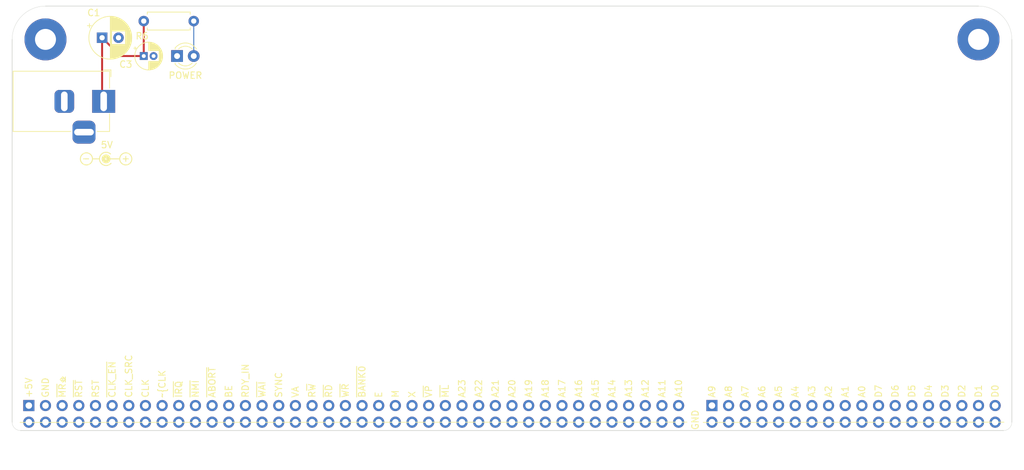
<source format=kicad_pcb>
(kicad_pcb (version 20241229) (generator "pcbnew") (generator_version "9.0")
  (title_block (title "65C816 Breakout Board") (date "2022-08-31") (rev "A.27") (comment 2 "https://github.com/adrienkohlbecker/BB816/tree/main/hardware/breakout") (comment 3 "Licensed under CERN-OHL-W v2") (comment 4 "Copyright © 2022 Adrien Kohlbecker"))
  (layers (0 "F.Cu" signal) (4 "In1.Cu" power) (6 "In2.Cu" power) (8 "In3.Cu" signal) (10 "In4.Cu" signal) (2 "B.Cu" signal) (13 "F.Paste" user) (15 "B.Paste" user) (5 "F.SilkS" user "F.Silkscreen") (7 "B.SilkS" user "B.Silkscreen") (1 "F.Mask" user) (3 "B.Mask" user) (25 "Edge.Cuts" user))
  (net 0 "")
  (net 1 "VCC")
  (net 2 "GND")
  (net 3 "/~{MR}⎒")
  (net 4 "Net-(D1-A)")
  (net 6 "/RST")
  (net 7 "/~{RST}")
  (net 8 "/CLK_SRC")
  (net 9 "/~{CLK_EN}")
  (net 10 "/CLK")
  (net 11 "/~{CLK}")
  (net 12 "/~{IRQ}")
  (net 13 "/~{NMI}")
  (net 14 "/~{ABORT}")
  (net 15 "/BE")
  (net 16 "/RDY_IN")
  (net 17 "/~{WAI}")
  (net 18 "/SYNC")
  (net 19 "/VA")
  (net 20 "/R~{W}")
  (net 21 "/~{RD}")
  (net 22 "/~{WR}")
  (net 23 "/E")
  (net 24 "/M")
  (net 25 "/X")
  (net 26 "/~{VP}")
  (net 27 "/~{ML}")
  (net 28 "/~{BANK0}")
  (net 29 "/A23")
  (net 30 "/A22")
  (net 31 "/A21")
  (net 32 "/A20")
  (net 33 "/A19")
  (net 34 "/A18")
  (net 35 "/A17")
  (net 36 "/A16")
  (net 37 "/A15")
  (net 38 "/A14")
  (net 39 "/A13")
  (net 40 "/A12")
  (net 41 "/A11")
  (net 42 "/A10")
  (net 43 "/A9")
  (net 44 "/A8")
  (net 45 "/A7")
  (net 46 "/A6")
  (net 47 "/A5")
  (net 48 "/A4")
  (net 49 "/A3")
  (net 50 "/A2")
  (net 51 "/A1")
  (net 52 "/A0")
  (net 53 "/D7")
  (net 54 "/D6")
  (net 55 "/D5")
  (net 56 "/D4")
  (net 57 "/D3")
  (net 58 "/D2")
  (net 59 "/D1")
  (net 60 "/D0")
  (footprint "Resistor_THT:R_Axial_DIN0207_L6.3mm_D2.5mm_P7.62mm_Horizontal" (layer "F.Cu") (at 53.081 68.326 180)
    (property "Reference" "R6" (at 7.874 -2.286 0) (layer "F.SilkS"))
    (property "Value" "1k")
    (fp_line (start 7.08 1.37) (end 7.08 1.04) (stroke (width 0.12)) (layer "F.SilkS"))
    (fp_line (start 7.08 -1.37) (end 7.08 -1.04) (stroke (width 0.12)) (layer "F.SilkS"))
    (fp_line (start 0.54 1.37) (end 7.08 1.37) (stroke (width 0.12)) (layer "F.SilkS"))
    (fp_line (start 0.54 1.04) (end 0.54 1.37) (stroke (width 0.12)) (layer "F.SilkS"))
    (fp_line (start 0.54 -1.04) (end 0.54 -1.37) (stroke (width 0.12)) (layer "F.SilkS"))
    (fp_line (start 0.54 -1.37) (end 7.08 -1.37) (stroke (width 0.12)) (layer "F.SilkS"))
    (pad "1" thru_hole circle (at 0 0 180) (size 1.6 1.6) (drill 0.8) (layers "*.Cu" "*.Mask") (net 4 "Net-(D1-A)"))
    (pad "2" thru_hole oval (at 7.62 0 180) (size 1.6 1.6) (drill 0.8) (layers "*.Cu" "*.Mask") (net 1 "VCC"))
  )
  (footprint "Capacitor_THT:CP_Radial_D6.3mm_P2.50mm" (layer "F.Cu") (at 39.111 70.866)
    (property "Reference" "C1" (at -1.27 -3.81 0) (layer "F.SilkS"))
    (property "Value" "220u")
    (fp_line (start -2.250241 -1.839) (end -1.620241 -1.839) (stroke (width 0.12)) (layer "F.SilkS"))
    (fp_line (start -1.935241 -2.154) (end -1.935241 -1.524) (stroke (width 0.12)) (layer "F.SilkS"))
    (fp_line (start 1.25 -3.23) (end 1.25 3.23) (stroke (width 0.12)) (layer "F.SilkS"))
    (fp_line (start 1.29 -3.23) (end 1.29 3.23) (stroke (width 0.12)) (layer "F.SilkS"))
    (fp_line (start 1.33 -3.23) (end 1.33 3.23) (stroke (width 0.12)) (layer "F.SilkS"))
    (fp_line (start 1.37 -3.228) (end 1.37 3.228) (stroke (width 0.12)) (layer "F.SilkS"))
    (fp_line (start 1.41 -3.227) (end 1.41 3.227) (stroke (width 0.12)) (layer "F.SilkS"))
    (fp_line (start 1.45 -3.224) (end 1.45 3.224) (stroke (width 0.12)) (layer "F.SilkS"))
    (fp_line (start 1.49 -3.222) (end 1.49 -1.04) (stroke (width 0.12)) (layer "F.SilkS"))
    (fp_line (start 1.49 1.04) (end 1.49 3.222) (stroke (width 0.12)) (layer "F.SilkS"))
    (fp_line (start 1.53 -3.218) (end 1.53 -1.04) (stroke (width 0.12)) (layer "F.SilkS"))
    (fp_line (start 1.53 1.04) (end 1.53 3.218) (stroke (width 0.12)) (layer "F.SilkS"))
    (fp_line (start 1.57 -3.215) (end 1.57 -1.04) (stroke (width 0.12)) (layer "F.SilkS"))
    (fp_line (start 1.57 1.04) (end 1.57 3.215) (stroke (width 0.12)) (layer "F.SilkS"))
    (fp_line (start 1.61 -3.211) (end 1.61 -1.04) (stroke (width 0.12)) (layer "F.SilkS"))
    (fp_line (start 1.61 1.04) (end 1.61 3.211) (stroke (width 0.12)) (layer "F.SilkS"))
    (fp_line (start 1.65 -3.206) (end 1.65 -1.04) (stroke (width 0.12)) (layer "F.SilkS"))
    (fp_line (start 1.65 1.04) (end 1.65 3.206) (stroke (width 0.12)) (layer "F.SilkS"))
    (fp_line (start 1.69 -3.201) (end 1.69 -1.04) (stroke (width 0.12)) (layer "F.SilkS"))
    (fp_line (start 1.69 1.04) (end 1.69 3.201) (stroke (width 0.12)) (layer "F.SilkS"))
    (fp_line (start 1.73 -3.195) (end 1.73 -1.04) (stroke (width 0.12)) (layer "F.SilkS"))
    (fp_line (start 1.73 1.04) (end 1.73 3.195) (stroke (width 0.12)) (layer "F.SilkS"))
    (fp_line (start 1.77 -3.189) (end 1.77 -1.04) (stroke (width 0.12)) (layer "F.SilkS"))
    (fp_line (start 1.77 1.04) (end 1.77 3.189) (stroke (width 0.12)) (layer "F.SilkS"))
    (fp_line (start 1.81 -3.182) (end 1.81 -1.04) (stroke (width 0.12)) (layer "F.SilkS"))
    (fp_line (start 1.81 1.04) (end 1.81 3.182) (stroke (width 0.12)) (layer "F.SilkS"))
    (fp_line (start 1.85 -3.175) (end 1.85 -1.04) (stroke (width 0.12)) (layer "F.SilkS"))
    (fp_line (start 1.85 1.04) (end 1.85 3.175) (stroke (width 0.12)) (layer "F.SilkS"))
    (fp_line (start 1.89 -3.167) (end 1.89 -1.04) (stroke (width 0.12)) (layer "F.SilkS"))
    (fp_line (start 1.89 1.04) (end 1.89 3.167) (stroke (width 0.12)) (layer "F.SilkS"))
    (fp_line (start 1.93 -3.159) (end 1.93 -1.04) (stroke (width 0.12)) (layer "F.SilkS"))
    (fp_line (start 1.93 1.04) (end 1.93 3.159) (stroke (width 0.12)) (layer "F.SilkS"))
    (fp_line (start 1.971 -3.15) (end 1.971 -1.04) (stroke (width 0.12)) (layer "F.SilkS"))
    (fp_line (start 1.971 1.04) (end 1.971 3.15) (stroke (width 0.12)) (layer "F.SilkS"))
    (fp_line (start 2.011 -3.141) (end 2.011 -1.04) (stroke (width 0.12)) (layer "F.SilkS"))
    (fp_line (start 2.011 1.04) (end 2.011 3.141) (stroke (width 0.12)) (layer "F.SilkS"))
    (fp_line (start 2.051 -3.131) (end 2.051 -1.04) (stroke (width 0.12)) (layer "F.SilkS"))
    (fp_line (start 2.051 1.04) (end 2.051 3.131) (stroke (width 0.12)) (layer "F.SilkS"))
    (fp_line (start 2.091 -3.121) (end 2.091 -1.04) (stroke (width 0.12)) (layer "F.SilkS"))
    (fp_line (start 2.091 1.04) (end 2.091 3.121) (stroke (width 0.12)) (layer "F.SilkS"))
    (fp_line (start 2.131 -3.11) (end 2.131 -1.04) (stroke (width 0.12)) (layer "F.SilkS"))
    (fp_line (start 2.131 1.04) (end 2.131 3.11) (stroke (width 0.12)) (layer "F.SilkS"))
    (fp_line (start 2.171 -3.098) (end 2.171 -1.04) (stroke (width 0.12)) (layer "F.SilkS"))
    (fp_line (start 2.171 1.04) (end 2.171 3.098) (stroke (width 0.12)) (layer "F.SilkS"))
    (fp_line (start 2.211 -3.086) (end 2.211 -1.04) (stroke (width 0.12)) (layer "F.SilkS"))
    (fp_line (start 2.211 1.04) (end 2.211 3.086) (stroke (width 0.12)) (layer "F.SilkS"))
    (fp_line (start 2.251 -3.074) (end 2.251 -1.04) (stroke (width 0.12)) (layer "F.SilkS"))
    (fp_line (start 2.251 1.04) (end 2.251 3.074) (stroke (width 0.12)) (layer "F.SilkS"))
    (fp_line (start 2.291 -3.061) (end 2.291 -1.04) (stroke (width 0.12)) (layer "F.SilkS"))
    (fp_line (start 2.291 1.04) (end 2.291 3.061) (stroke (width 0.12)) (layer "F.SilkS"))
    (fp_line (start 2.331 -3.047) (end 2.331 -1.04) (stroke (width 0.12)) (layer "F.SilkS"))
    (fp_line (start 2.331 1.04) (end 2.331 3.047) (stroke (width 0.12)) (layer "F.SilkS"))
    (fp_line (start 2.371 -3.033) (end 2.371 -1.04) (stroke (width 0.12)) (layer "F.SilkS"))
    (fp_line (start 2.371 1.04) (end 2.371 3.033) (stroke (width 0.12)) (layer "F.SilkS"))
    (fp_line (start 2.411 -3.018) (end 2.411 -1.04) (stroke (width 0.12)) (layer "F.SilkS"))
    (fp_line (start 2.411 1.04) (end 2.411 3.018) (stroke (width 0.12)) (layer "F.SilkS"))
    (fp_line (start 2.451 -3.002) (end 2.451 -1.04) (stroke (width 0.12)) (layer "F.SilkS"))
    (fp_line (start 2.451 1.04) (end 2.451 3.002) (stroke (width 0.12)) (layer "F.SilkS"))
    (fp_line (start 2.491 -2.986) (end 2.491 -1.04) (stroke (width 0.12)) (layer "F.SilkS"))
    (fp_line (start 2.491 1.04) (end 2.491 2.986) (stroke (width 0.12)) (layer "F.SilkS"))
    (fp_line (start 2.531 -2.97) (end 2.531 -1.04) (stroke (width 0.12)) (layer "F.SilkS"))
    (fp_line (start 2.531 1.04) (end 2.531 2.97) (stroke (width 0.12)) (layer "F.SilkS"))
    (fp_line (start 2.571 -2.952) (end 2.571 -1.04) (stroke (width 0.12)) (layer "F.SilkS"))
    (fp_line (start 2.571 1.04) (end 2.571 2.952) (stroke (width 0.12)) (layer "F.SilkS"))
    (fp_line (start 2.611 -2.934) (end 2.611 -1.04) (stroke (width 0.12)) (layer "F.SilkS"))
    (fp_line (start 2.611 1.04) (end 2.611 2.934) (stroke (width 0.12)) (layer "F.SilkS"))
    (fp_line (start 2.651 -2.916) (end 2.651 -1.04) (stroke (width 0.12)) (layer "F.SilkS"))
    (fp_line (start 2.651 1.04) (end 2.651 2.916) (stroke (width 0.12)) (layer "F.SilkS"))
    (fp_line (start 2.691 -2.896) (end 2.691 -1.04) (stroke (width 0.12)) (layer "F.SilkS"))
    (fp_line (start 2.691 1.04) (end 2.691 2.896) (stroke (width 0.12)) (layer "F.SilkS"))
    (fp_line (start 2.731 -2.876) (end 2.731 -1.04) (stroke (width 0.12)) (layer "F.SilkS"))
    (fp_line (start 2.731 1.04) (end 2.731 2.876) (stroke (width 0.12)) (layer "F.SilkS"))
    (fp_line (start 2.771 -2.856) (end 2.771 -1.04) (stroke (width 0.12)) (layer "F.SilkS"))
    (fp_line (start 2.771 1.04) (end 2.771 2.856) (stroke (width 0.12)) (layer "F.SilkS"))
    (fp_line (start 2.811 -2.834) (end 2.811 -1.04) (stroke (width 0.12)) (layer "F.SilkS"))
    (fp_line (start 2.811 1.04) (end 2.811 2.834) (stroke (width 0.12)) (layer "F.SilkS"))
    (fp_line (start 2.851 -2.812) (end 2.851 -1.04) (stroke (width 0.12)) (layer "F.SilkS"))
    (fp_line (start 2.851 1.04) (end 2.851 2.812) (stroke (width 0.12)) (layer "F.SilkS"))
    (fp_line (start 2.891 -2.79) (end 2.891 -1.04) (stroke (width 0.12)) (layer "F.SilkS"))
    (fp_line (start 2.891 1.04) (end 2.891 2.79) (stroke (width 0.12)) (layer "F.SilkS"))
    (fp_line (start 2.931 -2.766) (end 2.931 -1.04) (stroke (width 0.12)) (layer "F.SilkS"))
    (fp_line (start 2.931 1.04) (end 2.931 2.766) (stroke (width 0.12)) (layer "F.SilkS"))
    (fp_line (start 2.971 -2.742) (end 2.971 -1.04) (stroke (width 0.12)) (layer "F.SilkS"))
    (fp_line (start 2.971 1.04) (end 2.971 2.742) (stroke (width 0.12)) (layer "F.SilkS"))
    (fp_line (start 3.011 -2.716) (end 3.011 -1.04) (stroke (width 0.12)) (layer "F.SilkS"))
    (fp_line (start 3.011 1.04) (end 3.011 2.716) (stroke (width 0.12)) (layer "F.SilkS"))
    (fp_line (start 3.051 -2.69) (end 3.051 -1.04) (stroke (width 0.12)) (layer "F.SilkS"))
    (fp_line (start 3.051 1.04) (end 3.051 2.69) (stroke (width 0.12)) (layer "F.SilkS"))
    (fp_line (start 3.091 -2.664) (end 3.091 -1.04) (stroke (width 0.12)) (layer "F.SilkS"))
    (fp_line (start 3.091 1.04) (end 3.091 2.664) (stroke (width 0.12)) (layer "F.SilkS"))
    (fp_line (start 3.131 -2.636) (end 3.131 -1.04) (stroke (width 0.12)) (layer "F.SilkS"))
    (fp_line (start 3.131 1.04) (end 3.131 2.636) (stroke (width 0.12)) (layer "F.SilkS"))
    (fp_line (start 3.171 -2.607) (end 3.171 -1.04) (stroke (width 0.12)) (layer "F.SilkS"))
    (fp_line (start 3.171 1.04) (end 3.171 2.607) (stroke (width 0.12)) (layer "F.SilkS"))
    (fp_line (start 3.211 -2.578) (end 3.211 -1.04) (stroke (width 0.12)) (layer "F.SilkS"))
    (fp_line (start 3.211 1.04) (end 3.211 2.578) (stroke (width 0.12)) (layer "F.SilkS"))
    (fp_line (start 3.251 -2.548) (end 3.251 -1.04) (stroke (width 0.12)) (layer "F.SilkS"))
    (fp_line (start 3.251 1.04) (end 3.251 2.548) (stroke (width 0.12)) (layer "F.SilkS"))
    (fp_line (start 3.291 -2.516) (end 3.291 -1.04) (stroke (width 0.12)) (layer "F.SilkS"))
    (fp_line (start 3.291 1.04) (end 3.291 2.516) (stroke (width 0.12)) (layer "F.SilkS"))
    (fp_line (start 3.331 -2.484) (end 3.331 -1.04) (stroke (width 0.12)) (layer "F.SilkS"))
    (fp_line (start 3.331 1.04) (end 3.331 2.484) (stroke (width 0.12)) (layer "F.SilkS"))
    (fp_line (start 3.371 -2.45) (end 3.371 -1.04) (stroke (width 0.12)) (layer "F.SilkS"))
    (fp_line (start 3.371 1.04) (end 3.371 2.45) (stroke (width 0.12)) (layer "F.SilkS"))
    (fp_line (start 3.411 -2.416) (end 3.411 -1.04) (stroke (width 0.12)) (layer "F.SilkS"))
    (fp_line (start 3.411 1.04) (end 3.411 2.416) (stroke (width 0.12)) (layer "F.SilkS"))
    (fp_line (start 3.451 -2.38) (end 3.451 -1.04) (stroke (width 0.12)) (layer "F.SilkS"))
    (fp_line (start 3.451 1.04) (end 3.451 2.38) (stroke (width 0.12)) (layer "F.SilkS"))
    (fp_line (start 3.491 -2.343) (end 3.491 -1.04) (stroke (width 0.12)) (layer "F.SilkS"))
    (fp_line (start 3.491 1.04) (end 3.491 2.343) (stroke (width 0.12)) (layer "F.SilkS"))
    (fp_line (start 3.531 -2.305) (end 3.531 -1.04) (stroke (width 0.12)) (layer "F.SilkS"))
    (fp_line (start 3.531 1.04) (end 3.531 2.305) (stroke (width 0.12)) (layer "F.SilkS"))
    (fp_line (start 3.571 -2.265) (end 3.571 2.265) (stroke (width 0.12)) (layer "F.SilkS"))
    (fp_line (start 3.611 -2.224) (end 3.611 2.224) (stroke (width 0.12)) (layer "F.SilkS"))
    (fp_line (start 3.651 -2.182) (end 3.651 2.182) (stroke (width 0.12)) (layer "F.SilkS"))
    (fp_line (start 3.691 -2.137) (end 3.691 2.137) (stroke (width 0.12)) (layer "F.SilkS"))
    (fp_line (start 3.731 -2.092) (end 3.731 2.092) (stroke (width 0.12)) (layer "F.SilkS"))
    (fp_line (start 3.771 -2.044) (end 3.771 2.044) (stroke (width 0.12)) (layer "F.SilkS"))
    (fp_line (start 3.811 -1.995) (end 3.811 1.995) (stroke (width 0.12)) (layer "F.SilkS"))
    (fp_line (start 3.851 -1.944) (end 3.851 1.944) (stroke (width 0.12)) (layer "F.SilkS"))
    (fp_line (start 3.891 -1.89) (end 3.891 1.89) (stroke (width 0.12)) (layer "F.SilkS"))
    (fp_line (start 3.931 -1.834) (end 3.931 1.834) (stroke (width 0.12)) (layer "F.SilkS"))
    (fp_line (start 3.971 -1.776) (end 3.971 1.776) (stroke (width 0.12)) (layer "F.SilkS"))
    (fp_line (start 4.011 -1.714) (end 4.011 1.714) (stroke (width 0.12)) (layer "F.SilkS"))
    (fp_line (start 4.051 -1.65) (end 4.051 1.65) (stroke (width 0.12)) (layer "F.SilkS"))
    (fp_line (start 4.091 -1.581) (end 4.091 1.581) (stroke (width 0.12)) (layer "F.SilkS"))
    (fp_line (start 4.131 -1.509) (end 4.131 1.509) (stroke (width 0.12)) (layer "F.SilkS"))
    (fp_line (start 4.171 -1.432) (end 4.171 1.432) (stroke (width 0.12)) (layer "F.SilkS"))
    (fp_line (start 4.211 -1.35) (end 4.211 1.35) (stroke (width 0.12)) (layer "F.SilkS"))
    (fp_line (start 4.251 -1.262) (end 4.251 1.262) (stroke (width 0.12)) (layer "F.SilkS"))
    (fp_line (start 4.291 -1.165) (end 4.291 1.165) (stroke (width 0.12)) (layer "F.SilkS"))
    (fp_line (start 4.331 -1.059) (end 4.331 1.059) (stroke (width 0.12)) (layer "F.SilkS"))
    (fp_line (start 4.371 -0.94) (end 4.371 0.94) (stroke (width 0.12)) (layer "F.SilkS"))
    (fp_line (start 4.411 -0.802) (end 4.411 0.802) (stroke (width 0.12)) (layer "F.SilkS"))
    (fp_line (start 4.451 -0.633) (end 4.451 0.633) (stroke (width 0.12)) (layer "F.SilkS"))
    (fp_line (start 4.491 -0.402) (end 4.491 0.402) (stroke (width 0.12)) (layer "F.SilkS"))
    (fp_circle (center 1.25 0) (end 4.52 0) (stroke (width 0.12)) (fill no) (layer "F.SilkS"))
    (pad "1" thru_hole rect (at 0 0) (size 1.6 1.6) (drill 0.8) (layers "*.Cu" "*.Mask") (net 1 "VCC"))
    (pad "2" thru_hole circle (at 2.5 0) (size 1.6 1.6) (drill 0.8) (layers "*.Cu" "*.Mask") (net 2 "GND"))
  )
  (footprint "Symbol:Symbol_Barrel_Polarity" (layer "F.Cu") (at 39.72 89.281)
    (property "Reference" "REF**" (hide yes))
    (property "Value" "Symbol_Barrel_Polarity")
    (fp_line (start -2 0.075) (end -1.1 0.075) (stroke (width 0.15)) (layer "F.SilkS"))
    (fp_line (start 0 0.075) (end 2 0.075) (stroke (width 0.15)) (layer "F.SilkS"))
    (fp_arc (start 0.75 0.75) (mid -1.007627 0.128033) (end 0.675 -0.675) (stroke (width 0.15)) (layer "F.SilkS"))
    (fp_circle (center -3 0.075) (end -3 1) (stroke (width 0.15)) (fill no) (layer "F.SilkS"))
    (fp_circle (center 0 0.075) (end 0 0.25) (stroke (width 0.5)) (fill no) (layer "F.SilkS"))
    (fp_circle (center 3 0.075) (end 3 1) (stroke (width 0.15)) (fill no) (layer "F.SilkS"))
  )
  (footprint "LED_THT:LED_D3.0mm" (layer "F.Cu") (at 50.541 73.66)
    (property "Reference" "D1" (hide yes))
    (property "Value" "POWER" (at 1.27 2.96 0) (layer "F.SilkS"))
    (fp_line (start -0.29 -1.236) (end -0.29 -1.08) (stroke (width 0.12)) (layer "F.SilkS"))
    (fp_line (start -0.29 1.08) (end -0.29 1.236) (stroke (width 0.12)) (layer "F.SilkS"))
    (fp_arc (start -0.29 -1.235516) (mid 1.366487 -1.987659) (end 2.942335 -1.078608) (stroke (width 0.12)) (layer "F.SilkS"))
    (fp_arc (start 0.229039 -1.08) (mid 1.270117 -1.5) (end 2.31113 -1.079837) (stroke (width 0.12)) (layer "F.SilkS"))
    (fp_arc (start 2.31113 1.079837) (mid 1.270117 1.5) (end 0.229039 1.08) (stroke (width 0.12)) (layer "F.SilkS"))
    (fp_arc (start 2.942335 1.078608) (mid 1.366487 1.987659) (end -0.29 1.235516) (stroke (width 0.12)) (layer "F.SilkS"))
    (pad "1" thru_hole rect (at 0 0) (size 1.8 1.8) (drill 0.9) (layers "*.Cu" "*.Mask") (net 2 "GND"))
    (pad "2" thru_hole circle (at 2.54 0) (size 1.8 1.8) (drill 0.9) (layers "*.Cu" "*.Mask") (net 4 "Net-(D1-A)"))
  )
  (footprint "MountingHole:MountingHole_3.2mm_M3_Pad" (layer "F.Cu") (at 172.72 71.12)
    (property "Reference" "H2" (hide yes))
    (property "Value" "MountingHole_Pad")
    (pad "1" thru_hole circle (at 0 0) (size 6.4 6.4) (drill 3.2) (layers "*.Cu" "*.Mask") (net 2 "GND"))
  )
  (footprint "Connector_BarrelJack:BarrelJack_Horizontal" (layer "F.Cu") (at 39.3502 80.5765)
    (property "Reference" "J1" (hide yes))
    (property "Value" "Barrel_Jack_Switch")
    (fp_line (start -13.8 -4.6) (end 0.9 -4.6) (stroke (width 0.12)) (layer "F.SilkS"))
    (fp_line (start -13.8 4.6) (end -13.8 -4.6) (stroke (width 0.12)) (layer "F.SilkS"))
    (fp_line (start -5 4.6) (end -13.8 4.6) (stroke (width 0.12)) (layer "F.SilkS"))
    (fp_line (start 0.05 -4.8) (end 1.1 -4.8) (stroke (width 0.12)) (layer "F.SilkS"))
    (fp_line (start 0.9 -4.6) (end 0.9 -2) (stroke (width 0.12)) (layer "F.SilkS"))
    (fp_line (start 0.9 1.9) (end 0.9 4.6) (stroke (width 0.12)) (layer "F.SilkS"))
    (fp_line (start 0.9 4.6) (end -1 4.6) (stroke (width 0.12)) (layer "F.SilkS"))
    (fp_line (start 1.1 -3.75) (end 1.1 -4.8) (stroke (width 0.12)) (layer "F.SilkS"))
    (pad "1" thru_hole rect (at 0 0) (size 3.5 3.5) (drill oval 1 3) (layers "*.Cu" "*.Mask") (net 1 "VCC"))
    (pad "2" thru_hole roundrect (at -6 0) (size 3 3.5) (drill oval 1 3) (layers "*.Cu" "*.Mask") (net 2 "GND"))
    (pad "3" thru_hole roundrect (at -3 4.7) (size 3.5 3.5) (drill oval 3 1) (layers "*.Cu" "*.Mask"))
  )
  (footprint "MountingHole:MountingHole_3.2mm_M3_Pad" (layer "F.Cu") (at 30.48 71.12)
    (property "Reference" "H1" (hide yes))
    (property "Value" "MountingHole_Pad")
    (pad "1" thru_hole circle (at 0 0) (size 6.4 6.4) (drill 3.2) (layers "*.Cu" "*.Mask") (net 2 "GND"))
  )
  (footprint "Capacitor_THT:CP_Radial_D4.0mm_P1.50mm" (layer "F.Cu") (at 45.461 73.66)
    (property "Reference" "C3" (at -2.739 1.27 0) (layer "F.SilkS"))
    (property "Value" "10u")
    (fp_line (start -1.519801 -1.195) (end -1.119801 -1.195) (stroke (width 0.12)) (layer "F.SilkS"))
    (fp_line (start -1.319801 -1.395) (end -1.319801 -0.995) (stroke (width 0.12)) (layer "F.SilkS"))
    (fp_line (start 0.75 -2.08) (end 0.75 -0.84) (stroke (width 0.12)) (layer "F.SilkS"))
    (fp_line (start 0.75 0.84) (end 0.75 2.08) (stroke (width 0.12)) (layer "F.SilkS"))
    (fp_line (start 0.79 -2.08) (end 0.79 -0.84) (stroke (width 0.12)) (layer "F.SilkS"))
    (fp_line (start 0.79 0.84) (end 0.79 2.08) (stroke (width 0.12)) (layer "F.SilkS"))
    (fp_line (start 0.83 -2.079) (end 0.83 -0.84) (stroke (width 0.12)) (layer "F.SilkS"))
    (fp_line (start 0.83 0.84) (end 0.83 2.079) (stroke (width 0.12)) (layer "F.SilkS"))
    (fp_line (start 0.87 -2.077) (end 0.87 -0.84) (stroke (width 0.12)) (layer "F.SilkS"))
    (fp_line (start 0.87 0.84) (end 0.87 2.077) (stroke (width 0.12)) (layer "F.SilkS"))
    (fp_line (start 0.91 -2.074) (end 0.91 -0.84) (stroke (width 0.12)) (layer "F.SilkS"))
    (fp_line (start 0.91 0.84) (end 0.91 2.074) (stroke (width 0.12)) (layer "F.SilkS"))
    (fp_line (start 0.95 -2.071) (end 0.95 -0.84) (stroke (width 0.12)) (layer "F.SilkS"))
    (fp_line (start 0.95 0.84) (end 0.95 2.071) (stroke (width 0.12)) (layer "F.SilkS"))
    (fp_line (start 0.99 -2.067) (end 0.99 -0.84) (stroke (width 0.12)) (layer "F.SilkS"))
    (fp_line (start 0.99 0.84) (end 0.99 2.067) (stroke (width 0.12)) (layer "F.SilkS"))
    (fp_line (start 1.03 -2.062) (end 1.03 -0.84) (stroke (width 0.12)) (layer "F.SilkS"))
    (fp_line (start 1.03 0.84) (end 1.03 2.062) (stroke (width 0.12)) (layer "F.SilkS"))
    (fp_line (start 1.07 -2.056) (end 1.07 -0.84) (stroke (width 0.12)) (layer "F.SilkS"))
    (fp_line (start 1.07 0.84) (end 1.07 2.056) (stroke (width 0.12)) (layer "F.SilkS"))
    (fp_line (start 1.11 -2.05) (end 1.11 -0.84) (stroke (width 0.12)) (layer "F.SilkS"))
    (fp_line (start 1.11 0.84) (end 1.11 2.05) (stroke (width 0.12)) (layer "F.SilkS"))
    (fp_line (start 1.15 -2.042) (end 1.15 -0.84) (stroke (width 0.12)) (layer "F.SilkS"))
    (fp_line (start 1.15 0.84) (end 1.15 2.042) (stroke (width 0.12)) (layer "F.SilkS"))
    (fp_line (start 1.19 -2.034) (end 1.19 -0.84) (stroke (width 0.12)) (layer "F.SilkS"))
    (fp_line (start 1.19 0.84) (end 1.19 2.034) (stroke (width 0.12)) (layer "F.SilkS"))
    (fp_line (start 1.23 -2.025) (end 1.23 -0.84) (stroke (width 0.12)) (layer "F.SilkS"))
    (fp_line (start 1.23 0.84) (end 1.23 2.025) (stroke (width 0.12)) (layer "F.SilkS"))
    (fp_line (start 1.27 -2.016) (end 1.27 -0.84) (stroke (width 0.12)) (layer "F.SilkS"))
    (fp_line (start 1.27 0.84) (end 1.27 2.016) (stroke (width 0.12)) (layer "F.SilkS"))
    (fp_line (start 1.31 -2.005) (end 1.31 -0.84) (stroke (width 0.12)) (layer "F.SilkS"))
    (fp_line (start 1.31 0.84) (end 1.31 2.005) (stroke (width 0.12)) (layer "F.SilkS"))
    (fp_line (start 1.35 -1.994) (end 1.35 -0.84) (stroke (width 0.12)) (layer "F.SilkS"))
    (fp_line (start 1.35 0.84) (end 1.35 1.994) (stroke (width 0.12)) (layer "F.SilkS"))
    (fp_line (start 1.39 -1.982) (end 1.39 -0.84) (stroke (width 0.12)) (layer "F.SilkS"))
    (fp_line (start 1.39 0.84) (end 1.39 1.982) (stroke (width 0.12)) (layer "F.SilkS"))
    (fp_line (start 1.43 -1.968) (end 1.43 -0.84) (stroke (width 0.12)) (layer "F.SilkS"))
    (fp_line (start 1.43 0.84) (end 1.43 1.968) (stroke (width 0.12)) (layer "F.SilkS"))
    (fp_line (start 1.471 -1.954) (end 1.471 -0.84) (stroke (width 0.12)) (layer "F.SilkS"))
    (fp_line (start 1.471 0.84) (end 1.471 1.954) (stroke (width 0.12)) (layer "F.SilkS"))
    (fp_line (start 1.511 -1.94) (end 1.511 -0.84) (stroke (width 0.12)) (layer "F.SilkS"))
    (fp_line (start 1.511 0.84) (end 1.511 1.94) (stroke (width 0.12)) (layer "F.SilkS"))
    (fp_line (start 1.551 -1.924) (end 1.551 -0.84) (stroke (width 0.12)) (layer "F.SilkS"))
    (fp_line (start 1.551 0.84) (end 1.551 1.924) (stroke (width 0.12)) (layer "F.SilkS"))
    (fp_line (start 1.591 -1.907) (end 1.591 -0.84) (stroke (width 0.12)) (layer "F.SilkS"))
    (fp_line (start 1.591 0.84) (end 1.591 1.907) (stroke (width 0.12)) (layer "F.SilkS"))
    (fp_line (start 1.631 -1.889) (end 1.631 -0.84) (stroke (width 0.12)) (layer "F.SilkS"))
    (fp_line (start 1.631 0.84) (end 1.631 1.889) (stroke (width 0.12)) (layer "F.SilkS"))
    (fp_line (start 1.671 -1.87) (end 1.671 -0.84) (stroke (width 0.12)) (layer "F.SilkS"))
    (fp_line (start 1.671 0.84) (end 1.671 1.87) (stroke (width 0.12)) (layer "F.SilkS"))
    (fp_line (start 1.711 -1.851) (end 1.711 -0.84) (stroke (width 0.12)) (layer "F.SilkS"))
    (fp_line (start 1.711 0.84) (end 1.711 1.851) (stroke (width 0.12)) (layer "F.SilkS"))
    (fp_line (start 1.751 -1.83) (end 1.751 -0.84) (stroke (width 0.12)) (layer "F.SilkS"))
    (fp_line (start 1.751 0.84) (end 1.751 1.83) (stroke (width 0.12)) (layer "F.SilkS"))
    (fp_line (start 1.791 -1.808) (end 1.791 -0.84) (stroke (width 0.12)) (layer "F.SilkS"))
    (fp_line (start 1.791 0.84) (end 1.791 1.808) (stroke (width 0.12)) (layer "F.SilkS"))
    (fp_line (start 1.831 -1.785) (end 1.831 -0.84) (stroke (width 0.12)) (layer "F.SilkS"))
    (fp_line (start 1.831 0.84) (end 1.831 1.785) (stroke (width 0.12)) (layer "F.SilkS"))
    (fp_line (start 1.871 -1.76) (end 1.871 -0.84) (stroke (width 0.12)) (layer "F.SilkS"))
    (fp_line (start 1.871 0.84) (end 1.871 1.76) (stroke (width 0.12)) (layer "F.SilkS"))
    (fp_line (start 1.911 -1.735) (end 1.911 -0.84) (stroke (width 0.12)) (layer "F.SilkS"))
    (fp_line (start 1.911 0.84) (end 1.911 1.735) (stroke (width 0.12)) (layer "F.SilkS"))
    (fp_line (start 1.951 -1.708) (end 1.951 -0.84) (stroke (width 0.12)) (layer "F.SilkS"))
    (fp_line (start 1.951 0.84) (end 1.951 1.708) (stroke (width 0.12)) (layer "F.SilkS"))
    (fp_line (start 1.991 -1.68) (end 1.991 -0.84) (stroke (width 0.12)) (layer "F.SilkS"))
    (fp_line (start 1.991 0.84) (end 1.991 1.68) (stroke (width 0.12)) (layer "F.SilkS"))
    (fp_line (start 2.031 -1.65) (end 2.031 -0.84) (stroke (width 0.12)) (layer "F.SilkS"))
    (fp_line (start 2.031 0.84) (end 2.031 1.65) (stroke (width 0.12)) (layer "F.SilkS"))
    (fp_line (start 2.071 -1.619) (end 2.071 -0.84) (stroke (width 0.12)) (layer "F.SilkS"))
    (fp_line (start 2.071 0.84) (end 2.071 1.619) (stroke (width 0.12)) (layer "F.SilkS"))
    (fp_line (start 2.111 -1.587) (end 2.111 -0.84) (stroke (width 0.12)) (layer "F.SilkS"))
    (fp_line (start 2.111 0.84) (end 2.111 1.587) (stroke (width 0.12)) (layer "F.SilkS"))
    (fp_line (start 2.151 -1.552) (end 2.151 -0.84) (stroke (width 0.12)) (layer "F.SilkS"))
    (fp_line (start 2.151 0.84) (end 2.151 1.552) (stroke (width 0.12)) (layer "F.SilkS"))
    (fp_line (start 2.191 -1.516) (end 2.191 -0.84) (stroke (width 0.12)) (layer "F.SilkS"))
    (fp_line (start 2.191 0.84) (end 2.191 1.516) (stroke (width 0.12)) (layer "F.SilkS"))
    (fp_line (start 2.231 -1.478) (end 2.231 -0.84) (stroke (width 0.12)) (layer "F.SilkS"))
    (fp_line (start 2.231 0.84) (end 2.231 1.478) (stroke (width 0.12)) (layer "F.SilkS"))
    (fp_line (start 2.271 -1.438) (end 2.271 -0.84) (stroke (width 0.12)) (layer "F.SilkS"))
    (fp_line (start 2.271 0.84) (end 2.271 1.438) (stroke (width 0.12)) (layer "F.SilkS"))
    (fp_line (start 2.311 -1.396) (end 2.311 -0.84) (stroke (width 0.12)) (layer "F.SilkS"))
    (fp_line (start 2.311 0.84) (end 2.311 1.396) (stroke (width 0.12)) (layer "F.SilkS"))
    (fp_line (start 2.351 -1.351) (end 2.351 1.351) (stroke (width 0.12)) (layer "F.SilkS"))
    (fp_line (start 2.391 -1.304) (end 2.391 1.304) (stroke (width 0.12)) (layer "F.SilkS"))
    (fp_line (start 2.431 -1.254) (end 2.431 1.254) (stroke (width 0.12)) (layer "F.SilkS"))
    (fp_line (start 2.471 -1.2) (end 2.471 1.2) (stroke (width 0.12)) (layer "F.SilkS"))
    (fp_line (start 2.511 -1.142) (end 2.511 1.142) (stroke (width 0.12)) (layer "F.SilkS"))
    (fp_line (start 2.551 -1.08) (end 2.551 1.08) (stroke (width 0.12)) (layer "F.SilkS"))
    (fp_line (start 2.591 -1.013) (end 2.591 1.013) (stroke (width 0.12)) (layer "F.SilkS"))
    (fp_line (start 2.631 -0.94) (end 2.631 0.94) (stroke (width 0.12)) (layer "F.SilkS"))
    (fp_line (start 2.671 -0.859) (end 2.671 0.859) (stroke (width 0.12)) (layer "F.SilkS"))
    (fp_line (start 2.711 -0.768) (end 2.711 0.768) (stroke (width 0.12)) (layer "F.SilkS"))
    (fp_line (start 2.751 -0.664) (end 2.751 0.664) (stroke (width 0.12)) (layer "F.SilkS"))
    (fp_line (start 2.791 -0.537) (end 2.791 0.537) (stroke (width 0.12)) (layer "F.SilkS"))
    (fp_line (start 2.831 -0.37) (end 2.831 0.37) (stroke (width 0.12)) (layer "F.SilkS"))
    (fp_circle (center 0.75 0) (end 2.87 0) (stroke (width 0.12)) (fill no) (layer "F.SilkS"))
    (pad "1" thru_hole rect (at 0 0) (size 1.2 1.2) (drill 0.6) (layers "*.Cu" "*.Mask") (net 1 "VCC"))
    (pad "2" thru_hole circle (at 1.5 0) (size 1.2 1.2) (drill 0.6) (layers "*.Cu" "*.Mask") (net 2 "GND"))
  )
  (footprint "Connector_PinHeader_2.54mm:PinHeader_2x18_P2.54mm_Vertical" (layer "B.Cu") (at 132.08 127 -90)
    (property "Reference" "J3" (hide yes))
    (property "Value" "Conn_02x18_Odd_Even")
    (pad "1" thru_hole rect (at 0 0 270) (size 1.7 1.7) (drill 1) (layers "*.Cu" "*.Mask") (net 43 "/A9"))
    (pad "2" thru_hole oval (at 2.54 0 270) (size 1.7 1.7) (drill 1) (layers "*.Cu" "*.Mask") (net 2 "GND"))
    (pad "3" thru_hole oval (at 0 -2.54 270) (size 1.7 1.7) (drill 1) (layers "*.Cu" "*.Mask") (net 44 "/A8"))
    (pad "4" thru_hole oval (at 2.54 -2.54 270) (size 1.7 1.7) (drill 1) (layers "*.Cu" "*.Mask") (net 2 "GND"))
    (pad "5" thru_hole oval (at 0 -5.08 270) (size 1.7 1.7) (drill 1) (layers "*.Cu" "*.Mask") (net 45 "/A7"))
    (pad "6" thru_hole oval (at 2.54 -5.08 270) (size 1.7 1.7) (drill 1) (layers "*.Cu" "*.Mask") (net 2 "GND"))
    (pad "7" thru_hole oval (at 0 -7.62 270) (size 1.7 1.7) (drill 1) (layers "*.Cu" "*.Mask") (net 46 "/A6"))
    (pad "8" thru_hole oval (at 2.54 -7.62 270) (size 1.7 1.7) (drill 1) (layers "*.Cu" "*.Mask") (net 2 "GND"))
    (pad "9" thru_hole oval (at 0 -10.16 270) (size 1.7 1.7) (drill 1) (layers "*.Cu" "*.Mask") (net 47 "/A5"))
    (pad "10" thru_hole oval (at 2.54 -10.16 270) (size 1.7 1.7) (drill 1) (layers "*.Cu" "*.Mask") (net 2 "GND"))
    (pad "11" thru_hole oval (at 0 -12.7 270) (size 1.7 1.7) (drill 1) (layers "*.Cu" "*.Mask") (net 48 "/A4"))
    (pad "12" thru_hole oval (at 2.54 -12.7 270) (size 1.7 1.7) (drill 1) (layers "*.Cu" "*.Mask") (net 2 "GND"))
    (pad "13" thru_hole oval (at 0 -15.24 270) (size 1.7 1.7) (drill 1) (layers "*.Cu" "*.Mask") (net 49 "/A3"))
    (pad "14" thru_hole oval (at 2.54 -15.24 270) (size 1.7 1.7) (drill 1) (layers "*.Cu" "*.Mask") (net 2 "GND"))
    (pad "15" thru_hole oval (at 0 -17.78 270) (size 1.7 1.7) (drill 1) (layers "*.Cu" "*.Mask") (net 50 "/A2"))
    (pad "16" thru_hole oval (at 2.54 -17.78 270) (size 1.7 1.7) (drill 1) (layers "*.Cu" "*.Mask") (net 2 "GND"))
    (pad "17" thru_hole oval (at 0 -20.32 270) (size 1.7 1.7) (drill 1) (layers "*.Cu" "*.Mask") (net 51 "/A1"))
    (pad "18" thru_hole oval (at 2.54 -20.32 270) (size 1.7 1.7) (drill 1) (layers "*.Cu" "*.Mask") (net 2 "GND"))
    (pad "19" thru_hole oval (at 0 -22.86 270) (size 1.7 1.7) (drill 1) (layers "*.Cu" "*.Mask") (net 52 "/A0"))
    (pad "20" thru_hole oval (at 2.54 -22.86 270) (size 1.7 1.7) (drill 1) (layers "*.Cu" "*.Mask") (net 2 "GND"))
    (pad "21" thru_hole oval (at 0 -25.4 270) (size 1.7 1.7) (drill 1) (layers "*.Cu" "*.Mask") (net 53 "/D7"))
    (pad "22" thru_hole oval (at 2.54 -25.4 270) (size 1.7 1.7) (drill 1) (layers "*.Cu" "*.Mask") (net 2 "GND"))
    (pad "23" thru_hole oval (at 0 -27.94 270) (size 1.7 1.7) (drill 1) (layers "*.Cu" "*.Mask") (net 54 "/D6"))
    (pad "24" thru_hole oval (at 2.54 -27.94 270) (size 1.7 1.7) (drill 1) (layers "*.Cu" "*.Mask") (net 2 "GND"))
    (pad "25" thru_hole oval (at 0 -30.48 270) (size 1.7 1.7) (drill 1) (layers "*.Cu" "*.Mask") (net 55 "/D5"))
    (pad "26" thru_hole oval (at 2.54 -30.48 270) (size 1.7 1.7) (drill 1) (layers "*.Cu" "*.Mask") (net 2 "GND"))
    (pad "27" thru_hole oval (at 0 -33.02 270) (size 1.7 1.7) (drill 1) (layers "*.Cu" "*.Mask") (net 56 "/D4"))
    (pad "28" thru_hole oval (at 2.54 -33.02 270) (size 1.7 1.7) (drill 1) (layers "*.Cu" "*.Mask") (net 2 "GND"))
    (pad "29" thru_hole oval (at 0 -35.56 270) (size 1.7 1.7) (drill 1) (layers "*.Cu" "*.Mask") (net 57 "/D3"))
    (pad "30" thru_hole oval (at 2.54 -35.56 270) (size 1.7 1.7) (drill 1) (layers "*.Cu" "*.Mask") (net 2 "GND"))
    (pad "31" thru_hole oval (at 0 -38.1 270) (size 1.7 1.7) (drill 1) (layers "*.Cu" "*.Mask") (net 58 "/D2"))
    (pad "32" thru_hole oval (at 2.54 -38.1 270) (size 1.7 1.7) (drill 1) (layers "*.Cu" "*.Mask") (net 2 "GND"))
    (pad "33" thru_hole oval (at 0 -40.64 270) (size 1.7 1.7) (drill 1) (layers "*.Cu" "*.Mask") (net 59 "/D1"))
    (pad "34" thru_hole oval (at 2.54 -40.64 270) (size 1.7 1.7) (drill 1) (layers "*.Cu" "*.Mask") (net 2 "GND"))
    (pad "35" thru_hole oval (at 0 -43.18 270) (size 1.7 1.7) (drill 1) (layers "*.Cu" "*.Mask") (net 60 "/D0"))
    (pad "36" thru_hole oval (at 2.54 -43.18 270) (size 1.7 1.7) (drill 1) (layers "*.Cu" "*.Mask") (net 2 "GND"))
  )
  (footprint "Connector_PinHeader_2.54mm:PinHeader_2x40_P2.54mm_Vertical" (layer "B.Cu") (at 27.94 127 -90)
    (property "Reference" "J2" (hide yes))
    (property "Value" "Conn_02x40_Odd_Even")
    (pad "1" thru_hole rect (at 0 0 270) (size 1.7 1.7) (drill 1) (layers "*.Cu" "*.Mask") (net 1 "VCC"))
    (pad "2" thru_hole oval (at 2.54 0 270) (size 1.7 1.7) (drill 1) (layers "*.Cu" "*.Mask") (net 2 "GND"))
    (pad "3" thru_hole oval (at 0 -2.54 270) (size 1.7 1.7) (drill 1) (layers "*.Cu" "*.Mask") (net 2 "GND"))
    (pad "4" thru_hole oval (at 2.54 -2.54 270) (size 1.7 1.7) (drill 1) (layers "*.Cu" "*.Mask") (net 2 "GND"))
    (pad "5" thru_hole oval (at 0 -5.08 270) (size 1.7 1.7) (drill 1) (layers "*.Cu" "*.Mask") (net 3 "/~{MR}⎒"))
    (pad "6" thru_hole oval (at 2.54 -5.08 270) (size 1.7 1.7) (drill 1) (layers "*.Cu" "*.Mask") (net 2 "GND"))
    (pad "7" thru_hole oval (at 0 -7.62 270) (size 1.7 1.7) (drill 1) (layers "*.Cu" "*.Mask") (net 7 "/~{RST}"))
    (pad "8" thru_hole oval (at 2.54 -7.62 270) (size 1.7 1.7) (drill 1) (layers "*.Cu" "*.Mask") (net 2 "GND"))
    (pad "9" thru_hole oval (at 0 -10.16 270) (size 1.7 1.7) (drill 1) (layers "*.Cu" "*.Mask") (net 6 "/RST"))
    (pad "10" thru_hole oval (at 2.54 -10.16 270) (size 1.7 1.7) (drill 1) (layers "*.Cu" "*.Mask") (net 2 "GND"))
    (pad "11" thru_hole oval (at 0 -12.7 270) (size 1.7 1.7) (drill 1) (layers "*.Cu" "*.Mask") (net 9 "/~{CLK_EN}"))
    (pad "12" thru_hole oval (at 2.54 -12.7 270) (size 1.7 1.7) (drill 1) (layers "*.Cu" "*.Mask") (net 2 "GND"))
    (pad "13" thru_hole oval (at 0 -15.24 270) (size 1.7 1.7) (drill 1) (layers "*.Cu" "*.Mask") (net 8 "/CLK_SRC"))
    (pad "14" thru_hole oval (at 2.54 -15.24 270) (size 1.7 1.7) (drill 1) (layers "*.Cu" "*.Mask") (net 2 "GND"))
    (pad "15" thru_hole oval (at 0 -17.78 270) (size 1.7 1.7) (drill 1) (layers "*.Cu" "*.Mask") (net 10 "/CLK"))
    (pad "16" thru_hole oval (at 2.54 -17.78 270) (size 1.7 1.7) (drill 1) (layers "*.Cu" "*.Mask") (net 2 "GND"))
    (pad "17" thru_hole oval (at 0 -20.32 270) (size 1.7 1.7) (drill 1) (layers "*.Cu" "*.Mask") (net 11 "/~{CLK}"))
    (pad "18" thru_hole oval (at 2.54 -20.32 270) (size 1.7 1.7) (drill 1) (layers "*.Cu" "*.Mask") (net 2 "GND"))
    (pad "19" thru_hole oval (at 0 -22.86 270) (size 1.7 1.7) (drill 1) (layers "*.Cu" "*.Mask") (net 12 "/~{IRQ}"))
    (pad "20" thru_hole oval (at 2.54 -22.86 270) (size 1.7 1.7) (drill 1) (layers "*.Cu" "*.Mask") (net 2 "GND"))
    (pad "21" thru_hole oval (at 0 -25.4 270) (size 1.7 1.7) (drill 1) (layers "*.Cu" "*.Mask") (net 13 "/~{NMI}"))
    (pad "22" thru_hole oval (at 2.54 -25.4 270) (size 1.7 1.7) (drill 1) (layers "*.Cu" "*.Mask") (net 2 "GND"))
    (pad "23" thru_hole oval (at 0 -27.94 270) (size 1.7 1.7) (drill 1) (layers "*.Cu" "*.Mask") (net 14 "/~{ABORT}"))
    (pad "24" thru_hole oval (at 2.54 -27.94 270) (size 1.7 1.7) (drill 1) (layers "*.Cu" "*.Mask") (net 2 "GND"))
    (pad "25" thru_hole oval (at 0 -30.48 270) (size 1.7 1.7) (drill 1) (layers "*.Cu" "*.Mask") (net 15 "/BE"))
    (pad "26" thru_hole oval (at 2.54 -30.48 270) (size 1.7 1.7) (drill 1) (layers "*.Cu" "*.Mask") (net 2 "GND"))
    (pad "27" thru_hole oval (at 0 -33.02 270) (size 1.7 1.7) (drill 1) (layers "*.Cu" "*.Mask") (net 16 "/RDY_IN"))
    (pad "28" thru_hole oval (at 2.54 -33.02 270) (size 1.7 1.7) (drill 1) (layers "*.Cu" "*.Mask") (net 2 "GND"))
    (pad "29" thru_hole oval (at 0 -35.56 270) (size 1.7 1.7) (drill 1) (layers "*.Cu" "*.Mask") (net 17 "/~{WAI}"))
    (pad "30" thru_hole oval (at 2.54 -35.56 270) (size 1.7 1.7) (drill 1) (layers "*.Cu" "*.Mask") (net 2 "GND"))
    (pad "31" thru_hole oval (at 0 -38.1 270) (size 1.7 1.7) (drill 1) (layers "*.Cu" "*.Mask") (net 18 "/SYNC"))
    (pad "32" thru_hole oval (at 2.54 -38.1 270) (size 1.7 1.7) (drill 1) (layers "*.Cu" "*.Mask") (net 2 "GND"))
    (pad "33" thru_hole oval (at 0 -40.64 270) (size 1.7 1.7) (drill 1) (layers "*.Cu" "*.Mask") (net 19 "/VA"))
    (pad "34" thru_hole oval (at 2.54 -40.64 270) (size 1.7 1.7) (drill 1) (layers "*.Cu" "*.Mask") (net 2 "GND"))
    (pad "35" thru_hole oval (at 0 -43.18 270) (size 1.7 1.7) (drill 1) (layers "*.Cu" "*.Mask") (net 20 "/R~{W}"))
    (pad "36" thru_hole oval (at 2.54 -43.18 270) (size 1.7 1.7) (drill 1) (layers "*.Cu" "*.Mask") (net 2 "GND"))
    (pad "37" thru_hole oval (at 0 -45.72 270) (size 1.7 1.7) (drill 1) (layers "*.Cu" "*.Mask") (net 21 "/~{RD}"))
    (pad "38" thru_hole oval (at 2.54 -45.72 270) (size 1.7 1.7) (drill 1) (layers "*.Cu" "*.Mask") (net 2 "GND"))
    (pad "39" thru_hole oval (at 0 -48.26 270) (size 1.7 1.7) (drill 1) (layers "*.Cu" "*.Mask") (net 22 "/~{WR}"))
    (pad "40" thru_hole oval (at 2.54 -48.26 270) (size 1.7 1.7) (drill 1) (layers "*.Cu" "*.Mask") (net 2 "GND"))
    (pad "41" thru_hole oval (at 0 -50.8 270) (size 1.7 1.7) (drill 1) (layers "*.Cu" "*.Mask") (net 28 "/~{BANK0}"))
    (pad "42" thru_hole oval (at 2.54 -50.8 270) (size 1.7 1.7) (drill 1) (layers "*.Cu" "*.Mask") (net 2 "GND"))
    (pad "43" thru_hole oval (at 0 -53.34 270) (size 1.7 1.7) (drill 1) (layers "*.Cu" "*.Mask") (net 23 "/E"))
    (pad "44" thru_hole oval (at 2.54 -53.34 270) (size 1.7 1.7) (drill 1) (layers "*.Cu" "*.Mask") (net 2 "GND"))
    (pad "45" thru_hole oval (at 0 -55.88 270) (size 1.7 1.7) (drill 1) (layers "*.Cu" "*.Mask") (net 24 "/M"))
    (pad "46" thru_hole oval (at 2.54 -55.88 270) (size 1.7 1.7) (drill 1) (layers "*.Cu" "*.Mask") (net 2 "GND"))
    (pad "47" thru_hole oval (at 0 -58.42 270) (size 1.7 1.7) (drill 1) (layers "*.Cu" "*.Mask") (net 25 "/X"))
    (pad "48" thru_hole oval (at 2.54 -58.42 270) (size 1.7 1.7) (drill 1) (layers "*.Cu" "*.Mask") (net 2 "GND"))
    (pad "49" thru_hole oval (at 0 -60.96 270) (size 1.7 1.7) (drill 1) (layers "*.Cu" "*.Mask") (net 26 "/~{VP}"))
    (pad "50" thru_hole oval (at 2.54 -60.96 270) (size 1.7 1.7) (drill 1) (layers "*.Cu" "*.Mask") (net 2 "GND"))
    (pad "51" thru_hole oval (at 0 -63.5 270) (size 1.7 1.7) (drill 1) (layers "*.Cu" "*.Mask") (net 27 "/~{ML}"))
    (pad "52" thru_hole oval (at 2.54 -63.5 270) (size 1.7 1.7) (drill 1) (layers "*.Cu" "*.Mask") (net 2 "GND"))
    (pad "53" thru_hole oval (at 0 -66.04 270) (size 1.7 1.7) (drill 1) (layers "*.Cu" "*.Mask") (net 29 "/A23"))
    (pad "54" thru_hole oval (at 2.54 -66.04 270) (size 1.7 1.7) (drill 1) (layers "*.Cu" "*.Mask") (net 2 "GND"))
    (pad "55" thru_hole oval (at 0 -68.58 270) (size 1.7 1.7) (drill 1) (layers "*.Cu" "*.Mask") (net 30 "/A22"))
    (pad "56" thru_hole oval (at 2.54 -68.58 270) (size 1.7 1.7) (drill 1) (layers "*.Cu" "*.Mask") (net 2 "GND"))
    (pad "57" thru_hole oval (at 0 -71.12 270) (size 1.7 1.7) (drill 1) (layers "*.Cu" "*.Mask") (net 31 "/A21"))
    (pad "58" thru_hole oval (at 2.54 -71.12 270) (size 1.7 1.7) (drill 1) (layers "*.Cu" "*.Mask") (net 2 "GND"))
    (pad "59" thru_hole oval (at 0 -73.66 270) (size 1.7 1.7) (drill 1) (layers "*.Cu" "*.Mask") (net 32 "/A20"))
    (pad "60" thru_hole oval (at 2.54 -73.66 270) (size 1.7 1.7) (drill 1) (layers "*.Cu" "*.Mask") (net 2 "GND"))
    (pad "61" thru_hole oval (at 0 -76.2 270) (size 1.7 1.7) (drill 1) (layers "*.Cu" "*.Mask") (net 33 "/A19"))
    (pad "62" thru_hole oval (at 2.54 -76.2 270) (size 1.7 1.7) (drill 1) (layers "*.Cu" "*.Mask") (net 2 "GND"))
    (pad "63" thru_hole oval (at 0 -78.74 270) (size 1.7 1.7) (drill 1) (layers "*.Cu" "*.Mask") (net 34 "/A18"))
    (pad "64" thru_hole oval (at 2.54 -78.74 270) (size 1.7 1.7) (drill 1) (layers "*.Cu" "*.Mask") (net 2 "GND"))
    (pad "65" thru_hole oval (at 0 -81.28 270) (size 1.7 1.7) (drill 1) (layers "*.Cu" "*.Mask") (net 35 "/A17"))
    (pad "66" thru_hole oval (at 2.54 -81.28 270) (size 1.7 1.7) (drill 1) (layers "*.Cu" "*.Mask") (net 2 "GND"))
    (pad "67" thru_hole oval (at 0 -83.82 270) (size 1.7 1.7) (drill 1) (layers "*.Cu" "*.Mask") (net 36 "/A16"))
    (pad "68" thru_hole oval (at 2.54 -83.82 270) (size 1.7 1.7) (drill 1) (layers "*.Cu" "*.Mask") (net 2 "GND"))
    (pad "69" thru_hole oval (at 0 -86.36 270) (size 1.7 1.7) (drill 1) (layers "*.Cu" "*.Mask") (net 37 "/A15"))
    (pad "70" thru_hole oval (at 2.54 -86.36 270) (size 1.7 1.7) (drill 1) (layers "*.Cu" "*.Mask") (net 2 "GND"))
    (pad "71" thru_hole oval (at 0 -88.9 270) (size 1.7 1.7) (drill 1) (layers "*.Cu" "*.Mask") (net 38 "/A14"))
    (pad "72" thru_hole oval (at 2.54 -88.9 270) (size 1.7 1.7) (drill 1) (layers "*.Cu" "*.Mask") (net 2 "GND"))
    (pad "73" thru_hole oval (at 0 -91.44 270) (size 1.7 1.7) (drill 1) (layers "*.Cu" "*.Mask") (net 39 "/A13"))
    (pad "74" thru_hole oval (at 2.54 -91.44 270) (size 1.7 1.7) (drill 1) (layers "*.Cu" "*.Mask") (net 2 "GND"))
    (pad "75" thru_hole oval (at 0 -93.98 270) (size 1.7 1.7) (drill 1) (layers "*.Cu" "*.Mask") (net 40 "/A12"))
    (pad "76" thru_hole oval (at 2.54 -93.98 270) (size 1.7 1.7) (drill 1) (layers "*.Cu" "*.Mask") (net 2 "GND"))
    (pad "77" thru_hole oval (at 0 -96.52 270) (size 1.7 1.7) (drill 1) (layers "*.Cu" "*.Mask") (net 41 "/A11"))
    (pad "78" thru_hole oval (at 2.54 -96.52 270) (size 1.7 1.7) (drill 1) (layers "*.Cu" "*.Mask") (net 2 "GND"))
    (pad "79" thru_hole oval (at 0 -99.06 270) (size 1.7 1.7) (drill 1) (layers "*.Cu" "*.Mask") (net 42 "/A10"))
    (pad "80" thru_hole oval (at 2.54 -99.06 270) (size 1.7 1.7) (drill 1) (layers "*.Cu" "*.Mask") (net 2 "GND"))
  )
  (gr_line (start 128.27 129.54) (end 26.61 129.57) (stroke (width 0.12)) (layer "F.SilkS"))
  (gr_line (start 176.59 129.54) (end 130.75 129.57) (stroke (width 0.12)) (layer "F.SilkS"))
  (gr_line (start 30.48 66.04) (end 172.72 66.04) (stroke (width 0.1)) (layer "Edge.Cuts"))
  (gr_line (start 25.4 129.54) (end 25.4 71.12) (stroke (width 0.1)) (layer "Edge.Cuts"))
  (gr_arc (start 177.8 129.54) (mid 177.428026 130.438026) (end 176.53 130.81) (stroke (width 0.05)) (layer "Edge.Cuts"))
  (gr_line (start 177.8 71.12) (end 177.8 129.54) (stroke (width 0.1)) (layer "Edge.Cuts"))
  (gr_arc (start 25.4 71.12) (mid 26.887898 67.527898) (end 30.48 66.04) (stroke (width 0.05)) (layer "Edge.Cuts"))
  (gr_arc (start 172.72 66.04) (mid 176.312102 67.527898) (end 177.8 71.12) (stroke (width 0.05)) (layer "Edge.Cuts"))
  (gr_line (start 176.53 130.81) (end 26.67 130.81) (stroke (width 0.1)) (layer "Edge.Cuts"))
  (gr_arc (start 26.67 130.81) (mid 25.771974 130.438026) (end 25.4 129.54) (stroke (width 0.05)) (layer "Edge.Cuts"))
  (gr_text "+" (at 42.72 89.281 0) (layer "F.SilkS") (effects (font (size 1 1))))
  (gr_text "GND" (at 30.48 125.8824 90) (layer "F.SilkS") (effects (font (size 1 1)) (justify left)))
  (gr_text "~{ABORT}" (at 55.88 125.8824 90) (layer "F.SilkS") (effects (font (size 1 1)) (justify left)))
  (gr_text "D1\n" (at 172.72 125.8724 90) (layer "F.SilkS") (effects (font (size 1 1)) (justify left)))
  (gr_text "A18" (at 106.68 125.8824 90) (layer "F.SilkS") (effects (font (size 1 1)) (justify left)))
  (gr_text "~{CLK" (at 48.26 125.8824 90) (layer "F.SilkS") (effects (font (size 1 1)) (justify left)))
  (gr_text "A19" (at 104.14 125.8824 90) (layer "F.SilkS") (effects (font (size 1 1)) (justify left)))
  (gr_text "CLK" (at 45.72 125.8824 90) (layer "F.SilkS") (effects (font (size 1 1)) (justify left)))
  (gr_text "D7" (at 157.48 125.8724 90) (layer "F.SilkS") (effects (font (size 1 1)) (justify left)))
  (gr_text "A10" (at 127 125.8724 90) (layer "F.SilkS") (effects (font (size 1 1)) (justify left)))
  (gr_text "~{IRQ}" (at 50.8 125.8824 90) (layer "F.SilkS") (effects (font (size 1 1)) (justify left)))
  (gr_text "A8" (at 134.62 125.8724 90) (layer "F.SilkS") (effects (font (size 1 1)) (justify left)))
  (gr_text "A12" (at 121.92 125.8724 90) (layer "F.SilkS") (effects (font (size 1 1)) (justify left)))
  (gr_text "~{RST}" (at 35.56 125.8824 90) (layer "F.SilkS") (effects (font (size 1 1)) (justify left)))
  (gr_text "5V" (at 38.831 87.226 0) (layer "F.SilkS") (effects (font (size 1 1)) (justify left)))
  (gr_text "RDY_IN" (at 60.96 125.8824 90) (layer "F.SilkS") (effects (font (size 1 1)) (justify left)))
  (gr_text "A22" (at 96.52 125.8824 90) (layer "F.SilkS") (effects (font (size 1 1)) (justify left)))
  (gr_text "~{WAI}" (at 63.5 125.8824 90) (layer "F.SilkS") (effects (font (size 1 1)) (justify left)))
  (gr_text "A21" (at 99.06 125.8824 90) (layer "F.SilkS") (effects (font (size 1 1)) (justify left)))
  (gr_text "D4" (at 165.1 125.8724 90) (layer "F.SilkS") (effects (font (size 1 1)) (justify left)))
  (gr_text "D6" (at 160.02 125.8724 90) (layer "F.SilkS") (effects (font (size 1 1)) (justify left)))
  (gr_text "-" (at 36.672 89.281 0) (layer "F.SilkS") (effects (font (size 1 1))))
  (gr_text "A17" (at 109.22 125.8724 90) (layer "F.SilkS") (effects (font (size 1 1)) (justify left)))
  (gr_text "A6" (at 139.7 125.8724 90) (layer "F.SilkS") (effects (font (size 1 1)) (justify left)))
  (gr_text "A2" (at 149.86 125.8724 90) (layer "F.SilkS") (effects (font (size 1 1)) (justify left)))
  (gr_text "D3" (at 167.64 125.8724 90) (layer "F.SilkS") (effects (font (size 1 1)) (justify left)))
  (gr_text "A9" (at 132.08 125.8724 90) (layer "F.SilkS") (effects (font (size 1 1)) (justify left)))
  (gr_text "A11" (at 124.46 125.8724 90) (layer "F.SilkS") (effects (font (size 1 1)) (justify left)))
  (gr_text "~{RD}" (at 73.66 125.8824 90) (layer "F.SilkS") (effects (font (size 1 1)) (justify left)))
  (gr_text "D5" (at 162.56 125.8724 90) (layer "F.SilkS") (effects (font (size 1 1)) (justify left)))
  (gr_text "X" (at 86.36 125.8824 90) (layer "F.SilkS") (effects (font (size 1 1)) (justify left)))
  (gr_text "D2" (at 170.18 125.8724 90) (layer "F.SilkS") (effects (font (size 1 1)) (justify left)))
  (gr_text "A4" (at 144.78 125.8724 90) (layer "F.SilkS") (effects (font (size 1 1)) (justify left)))
  (gr_text "A15" (at 114.3 125.8724 90) (layer "F.SilkS") (effects (font (size 1 1)) (justify left)))
  (gr_text "A13" (at 119.38 125.8724 90) (layer "F.SilkS") (effects (font (size 1 1)) (justify left)))
  (gr_text "VA" (at 68.58 125.8824 90) (layer "F.SilkS") (effects (font (size 1 1)) (justify left)))
  (gr_text "A3" (at 147.32 125.8724 90) (layer "F.SilkS") (effects (font (size 1 1)) (justify left)))
  (gr_text "A16" (at 111.76 125.8724 90) (layer "F.SilkS") (effects (font (size 1 1)) (justify left)))
  (gr_text "~{VP}" (at 88.9 125.8824 90) (layer "F.SilkS") (effects (font (size 1 1)) (justify left)))
  (gr_text "~{WR}" (at 76.2 125.8824 90) (layer "F.SilkS") (effects (font (size 1 1)) (justify left)))
  (gr_text "A23" (at 93.98 125.8824 90) (layer "F.SilkS") (effects (font (size 1 1)) (justify left)))
  (gr_text "R~{W}" (at 71.12 125.8824 90) (layer "F.SilkS") (effects (font (size 1 1)) (justify left)))
  (gr_text "A20" (at 101.6 125.8824 90) (layer "F.SilkS") (effects (font (size 1 1)) (justify left)))
  (gr_text "D0" (at 175.26 125.8724 90) (layer "F.SilkS") (effects (font (size 1 1)) (justify left)))
  (gr_text "CLK_SRC" (at 43.18 125.8724 90) (layer "F.SilkS") (effects (font (size 1 1)) (justify left)))
  (gr_text "~{BANK0}" (at 78.74 125.8824 90) (layer "F.SilkS") (effects (font (size 1 1)) (justify left)))
  (gr_text "A14" (at 116.84 125.8724 90) (layer "F.SilkS") (effects (font (size 1 1)) (justify left)))
  (gr_text "~{MR}⎒" (at 33.045 125.8824 90) (layer "F.SilkS") (effects (font (size 1 1)) (justify left)))
  (gr_text "BE" (at 58.42 125.8824 90) (layer "F.SilkS") (effects (font (size 1 1)) (justify left)))
  (gr_text "A7" (at 137.16 125.8724 90) (layer "F.SilkS") (effects (font (size 1 1)) (justify left)))
  (gr_text "A0" (at 154.94 125.8724 90) (layer "F.SilkS") (effects (font (size 1 1)) (justify left)))
  (gr_text "~{CLK_EN}" (at 40.64 125.8824 90) (layer "F.SilkS") (effects (font (size 1 1)) (justify left)))
  (gr_text "RST" (at 38.125 125.8824 90) (layer "F.SilkS") (effects (font (size 1 1)) (justify left)))
  (gr_text "A1" (at 152.4 125.8724 90) (layer "F.SilkS") (effects (font (size 1 1)) (justify left)))
  (gr_text "M" (at 83.82 125.8824 90) (layer "F.SilkS") (effects (font (size 1 1)) (justify left)))
  (gr_text "E" (at 81.28 125.8824 90) (layer "F.SilkS") (effects (font (size 1 1)) (justify left)))
  (gr_text "A5" (at 142.24 125.8724 90) (layer "F.SilkS") (effects (font (size 1 1)) (justify left)))
  (gr_text "SYNC" (at 66.04 125.8824 90) (layer "F.SilkS") (effects (font (size 1 1)) (justify left)))
  (gr_text "~{ML}" (at 91.44 125.8824 90) (layer "F.SilkS") (effects (font (size 1 1)) (justify left)))
  (gr_text "+5V" (at 27.94 125.8824 90) (layer "F.SilkS") (effects (font (size 1 1)) (justify left)))
  (gr_text "GND" (at 129.54 130.81 90) (layer "F.SilkS") (effects (font (size 1 1)) (justify left)))
  (gr_text "~{NMI}" (at 53.34 125.8824 90) (layer "F.SilkS") (effects (font (size 1 1)) (justify left)))
  (segment (start 41.905 73.66) (end 45.461 73.66) (width 0.298704) (layer "F.Cu") (net 1))
  (segment (start 39.111 70.866) (end 39.111 80.3373) (width 0.298704) (layer "F.Cu") (net 1))
  (segment (start 39.111 70.866) (end 41.905 73.66) (width 0.298704) (layer "F.Cu") (net 1))
  (segment (start 45.461 73.66) (end 45.461 68.326) (width 0.298704) (layer "F.Cu") (net 1))
  (segment (start 53.081 68.326) (end 53.081 73.66) (width 0.146812) (layer "B.Cu") (net 4))
)
</source>
